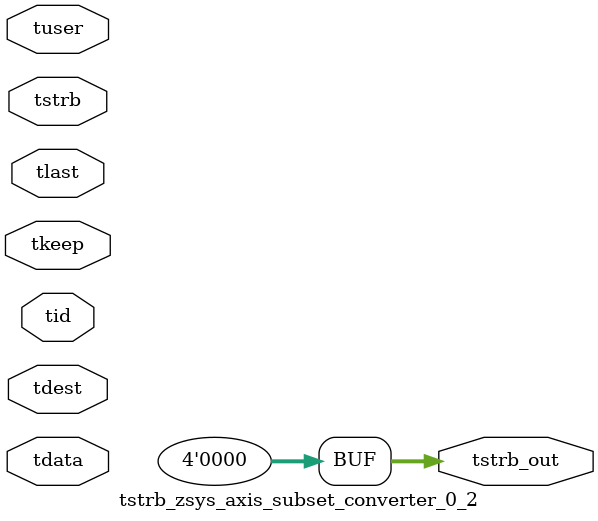
<source format=v>


`timescale 1ps/1ps

module tstrb_zsys_axis_subset_converter_0_2 #
(
parameter C_S_AXIS_TDATA_WIDTH = 32,
parameter C_S_AXIS_TUSER_WIDTH = 0,
parameter C_S_AXIS_TID_WIDTH   = 0,
parameter C_S_AXIS_TDEST_WIDTH = 0,
parameter C_M_AXIS_TDATA_WIDTH = 32
)
(
input  [(C_S_AXIS_TDATA_WIDTH == 0 ? 1 : C_S_AXIS_TDATA_WIDTH)-1:0     ] tdata,
input  [(C_S_AXIS_TUSER_WIDTH == 0 ? 1 : C_S_AXIS_TUSER_WIDTH)-1:0     ] tuser,
input  [(C_S_AXIS_TID_WIDTH   == 0 ? 1 : C_S_AXIS_TID_WIDTH)-1:0       ] tid,
input  [(C_S_AXIS_TDEST_WIDTH == 0 ? 1 : C_S_AXIS_TDEST_WIDTH)-1:0     ] tdest,
input  [(C_S_AXIS_TDATA_WIDTH/8)-1:0 ] tkeep,
input  [(C_S_AXIS_TDATA_WIDTH/8)-1:0 ] tstrb,
input                                                                    tlast,
output [(C_M_AXIS_TDATA_WIDTH/8)-1:0 ] tstrb_out
);

assign tstrb_out = {1'b0};

endmodule


</source>
